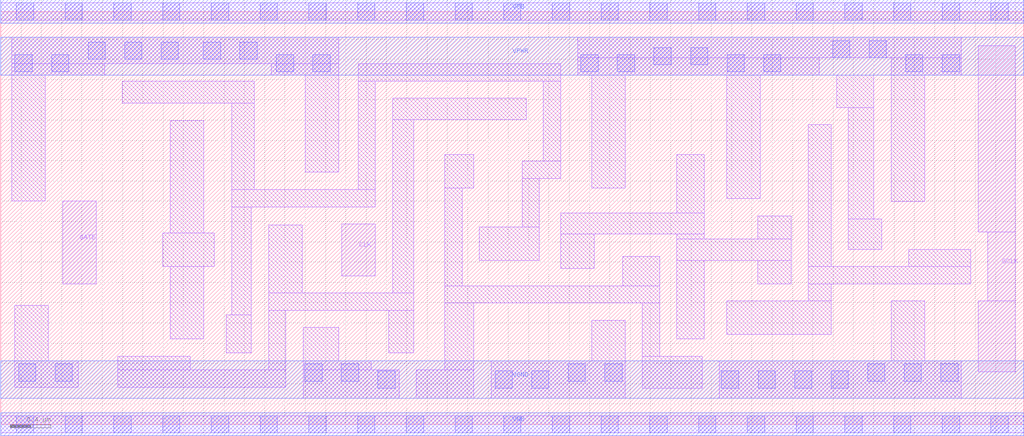
<source format=lef>
# Copyright 2020 The SkyWater PDK Authors
#
# Licensed under the Apache License, Version 2.0 (the "License");
# you may not use this file except in compliance with the License.
# You may obtain a copy of the License at
#
#     https://www.apache.org/licenses/LICENSE-2.0
#
# Unless required by applicable law or agreed to in writing, software
# distributed under the License is distributed on an "AS IS" BASIS,
# WITHOUT WARRANTIES OR CONDITIONS OF ANY KIND, either express or implied.
# See the License for the specific language governing permissions and
# limitations under the License.
#
# SPDX-License-Identifier: Apache-2.0

VERSION 5.5 ;
NAMESCASESENSITIVE ON ;
BUSBITCHARS "[]" ;
DIVIDERCHAR "/" ;
MACRO sky130_fd_sc_hvl__dlclkp_1
  CLASS CORE ;
  SOURCE USER ;
  ORIGIN  0.000000  0.000000 ;
  SIZE  10.08000 BY  4.070000 ;
  SYMMETRY X Y ;
  SITE unithv ;
  PIN GATE
    ANTENNAGATEAREA  0.585000 ;
    DIRECTION INPUT ;
    USE SIGNAL ;
    PORT
      LAYER li1 ;
        RECT 0.610000 1.385000 0.940000 2.200000 ;
    END
  END GATE
  PIN GCLK
    ANTENNADIFFAREA  0.596250 ;
    DIRECTION OUTPUT ;
    USE SIGNAL ;
    PORT
      LAYER li1 ;
        RECT 9.630000 0.515000 9.995000 1.215000 ;
        RECT 9.630000 1.895000 9.995000 3.735000 ;
        RECT 9.725000 1.215000 9.995000 1.895000 ;
    END
  END GCLK
  PIN CLK
    ANTENNAGATEAREA  1.170000 ;
    DIRECTION INPUT ;
    USE CLOCK ;
    PORT
      LAYER li1 ;
        RECT 3.360000 1.465000 3.690000 1.975000 ;
    END
  END CLK
  PIN VGND
    DIRECTION INOUT ;
    USE GROUND ;
    PORT
      LAYER met1 ;
        RECT 0.000000 0.255000 10.080000 0.625000 ;
    END
  END VGND
  PIN VNB
    DIRECTION INOUT ;
    USE GROUND ;
    PORT
      LAYER met1 ;
        RECT 0.000000 -0.115000 10.080000 0.115000 ;
    END
  END VNB
  PIN VPB
    DIRECTION INOUT ;
    USE POWER ;
    PORT
      LAYER met1 ;
        RECT 0.000000 3.955000 10.080000 4.185000 ;
    END
  END VPB
  PIN VPWR
    DIRECTION INOUT ;
    USE POWER ;
    PORT
      LAYER met1 ;
        RECT 0.000000 3.445000 10.080000 3.815000 ;
    END
  END VPWR
  OBS
    LAYER li1 ;
      RECT 0.000000 -0.085000 10.080000 0.085000 ;
      RECT 0.000000  3.985000 10.080000 4.155000 ;
      RECT 0.110000  2.200000  0.440000 3.445000 ;
      RECT 0.110000  3.445000  1.025000 3.555000 ;
      RECT 0.110000  3.555000  3.330000 3.815000 ;
      RECT 0.140000  0.365000  0.765000 0.625000 ;
      RECT 0.140000  0.625000  0.470000 1.170000 ;
      RECT 1.155000  0.365000  2.810000 0.535000 ;
      RECT 1.155000  0.535000  1.865000 0.670000 ;
      RECT 1.195000  3.165000  2.495000 3.385000 ;
      RECT 1.595000  1.555000  2.105000 1.885000 ;
      RECT 1.670000  0.840000  2.000000 1.555000 ;
      RECT 1.670000  1.885000  2.000000 2.995000 ;
      RECT 2.220000  0.705000  2.470000 1.080000 ;
      RECT 2.275000  1.080000  2.470000 2.145000 ;
      RECT 2.275000  2.145000  3.690000 2.315000 ;
      RECT 2.275000  2.315000  2.495000 3.165000 ;
      RECT 2.640000  0.535000  2.810000 1.125000 ;
      RECT 2.640000  1.125000  4.070000 1.295000 ;
      RECT 2.640000  1.295000  2.970000 1.965000 ;
      RECT 2.665000  3.445000  3.330000 3.555000 ;
      RECT 2.980000  0.255000  3.925000 0.535000 ;
      RECT 2.980000  0.535000  3.650000 0.625000 ;
      RECT 2.980000  0.625000  3.330000 0.955000 ;
      RECT 3.000000  2.485000  3.330000 3.445000 ;
      RECT 3.520000  2.315000  3.690000 3.385000 ;
      RECT 3.520000  3.385000  5.515000 3.555000 ;
      RECT 3.820000  0.705000  4.070000 1.125000 ;
      RECT 3.860000  1.295000  4.070000 3.005000 ;
      RECT 3.860000  3.005000  5.175000 3.215000 ;
      RECT 4.095000  0.255000  4.660000 0.535000 ;
      RECT 4.375000  0.535000  4.660000 1.195000 ;
      RECT 4.375000  1.195000  6.490000 1.365000 ;
      RECT 4.375000  1.365000  4.545000 2.330000 ;
      RECT 4.375000  2.330000  4.660000 2.660000 ;
      RECT 4.715000  1.615000  5.305000 1.945000 ;
      RECT 4.830000  0.255000  6.150000 0.625000 ;
      RECT 5.135000  1.945000  5.305000 2.425000 ;
      RECT 5.135000  2.425000  5.515000 2.595000 ;
      RECT 5.345000  2.595000  5.515000 3.385000 ;
      RECT 5.515000  1.535000  5.845000 1.875000 ;
      RECT 5.515000  1.875000  6.930000 2.085000 ;
      RECT 5.685000  3.445000  8.065000 3.615000 ;
      RECT 5.685000  3.615000  9.460000 3.815000 ;
      RECT 5.820000  0.625000  6.150000 1.025000 ;
      RECT 5.820000  2.330000  6.150000 3.445000 ;
      RECT 6.125000  1.365000  6.490000 1.655000 ;
      RECT 6.320000  0.355000  6.910000 0.670000 ;
      RECT 6.320000  0.670000  6.490000 1.195000 ;
      RECT 6.660000  0.840000  6.930000 1.615000 ;
      RECT 6.660000  1.615000  7.785000 1.825000 ;
      RECT 6.660000  1.825000  6.930000 1.875000 ;
      RECT 6.660000  2.085000  6.930000 2.660000 ;
      RECT 7.080000  0.255000  9.460000 0.625000 ;
      RECT 7.150000  0.885000  8.180000 1.215000 ;
      RECT 7.150000  2.225000  7.480000 3.445000 ;
      RECT 7.455000  1.385000  7.785000 1.615000 ;
      RECT 7.455000  1.825000  7.785000 2.055000 ;
      RECT 7.955000  1.215000  8.180000 1.385000 ;
      RECT 7.955000  1.385000  9.555000 1.555000 ;
      RECT 7.955000  1.555000  8.180000 2.955000 ;
      RECT 8.235000  3.125000  8.600000 3.445000 ;
      RECT 8.350000  1.725000  8.680000 2.025000 ;
      RECT 8.350000  2.025000  8.600000 3.125000 ;
      RECT 8.770000  0.625000  9.100000 1.215000 ;
      RECT 8.770000  2.195000  9.100000 3.445000 ;
      RECT 8.770000  3.445000  9.460000 3.615000 ;
      RECT 8.945000  1.555000  9.555000 1.725000 ;
    LAYER mcon ;
      RECT 0.140000  3.475000 0.310000 3.645000 ;
      RECT 0.155000 -0.085000 0.325000 0.085000 ;
      RECT 0.155000 -0.085000 0.325000 0.085000 ;
      RECT 0.155000  3.985000 0.325000 4.155000 ;
      RECT 0.155000  3.985000 0.325000 4.155000 ;
      RECT 0.175000  0.425000 0.345000 0.595000 ;
      RECT 0.500000  3.475000 0.670000 3.645000 ;
      RECT 0.535000  0.425000 0.705000 0.595000 ;
      RECT 0.635000 -0.085000 0.805000 0.085000 ;
      RECT 0.635000 -0.085000 0.805000 0.085000 ;
      RECT 0.635000  3.985000 0.805000 4.155000 ;
      RECT 0.635000  3.985000 0.805000 4.155000 ;
      RECT 0.860000  3.600000 1.030000 3.770000 ;
      RECT 1.115000 -0.085000 1.285000 0.085000 ;
      RECT 1.115000 -0.085000 1.285000 0.085000 ;
      RECT 1.115000  3.985000 1.285000 4.155000 ;
      RECT 1.115000  3.985000 1.285000 4.155000 ;
      RECT 1.220000  3.600000 1.390000 3.770000 ;
      RECT 1.580000  3.600000 1.750000 3.770000 ;
      RECT 1.595000 -0.085000 1.765000 0.085000 ;
      RECT 1.595000 -0.085000 1.765000 0.085000 ;
      RECT 1.595000  3.985000 1.765000 4.155000 ;
      RECT 1.595000  3.985000 1.765000 4.155000 ;
      RECT 1.995000  3.600000 2.165000 3.770000 ;
      RECT 2.075000 -0.085000 2.245000 0.085000 ;
      RECT 2.075000 -0.085000 2.245000 0.085000 ;
      RECT 2.075000  3.985000 2.245000 4.155000 ;
      RECT 2.075000  3.985000 2.245000 4.155000 ;
      RECT 2.355000  3.600000 2.525000 3.770000 ;
      RECT 2.555000 -0.085000 2.725000 0.085000 ;
      RECT 2.555000 -0.085000 2.725000 0.085000 ;
      RECT 2.555000  3.985000 2.725000 4.155000 ;
      RECT 2.555000  3.985000 2.725000 4.155000 ;
      RECT 2.715000  3.475000 2.885000 3.645000 ;
      RECT 2.995000  0.425000 3.165000 0.595000 ;
      RECT 3.035000 -0.085000 3.205000 0.085000 ;
      RECT 3.035000 -0.085000 3.205000 0.085000 ;
      RECT 3.035000  3.985000 3.205000 4.155000 ;
      RECT 3.035000  3.985000 3.205000 4.155000 ;
      RECT 3.075000  3.475000 3.245000 3.645000 ;
      RECT 3.355000  0.425000 3.525000 0.595000 ;
      RECT 3.515000 -0.085000 3.685000 0.085000 ;
      RECT 3.515000 -0.085000 3.685000 0.085000 ;
      RECT 3.515000  3.985000 3.685000 4.155000 ;
      RECT 3.515000  3.985000 3.685000 4.155000 ;
      RECT 3.715000  0.355000 3.885000 0.525000 ;
      RECT 3.995000 -0.085000 4.165000 0.085000 ;
      RECT 3.995000 -0.085000 4.165000 0.085000 ;
      RECT 3.995000  3.985000 4.165000 4.155000 ;
      RECT 3.995000  3.985000 4.165000 4.155000 ;
      RECT 4.475000 -0.085000 4.645000 0.085000 ;
      RECT 4.475000 -0.085000 4.645000 0.085000 ;
      RECT 4.475000  3.985000 4.645000 4.155000 ;
      RECT 4.475000  3.985000 4.645000 4.155000 ;
      RECT 4.870000  0.355000 5.040000 0.525000 ;
      RECT 4.955000 -0.085000 5.125000 0.085000 ;
      RECT 4.955000 -0.085000 5.125000 0.085000 ;
      RECT 4.955000  3.985000 5.125000 4.155000 ;
      RECT 4.955000  3.985000 5.125000 4.155000 ;
      RECT 5.230000  0.355000 5.400000 0.525000 ;
      RECT 5.435000 -0.085000 5.605000 0.085000 ;
      RECT 5.435000 -0.085000 5.605000 0.085000 ;
      RECT 5.435000  3.985000 5.605000 4.155000 ;
      RECT 5.435000  3.985000 5.605000 4.155000 ;
      RECT 5.590000  0.425000 5.760000 0.595000 ;
      RECT 5.715000  3.475000 5.885000 3.645000 ;
      RECT 5.915000 -0.085000 6.085000 0.085000 ;
      RECT 5.915000 -0.085000 6.085000 0.085000 ;
      RECT 5.915000  3.985000 6.085000 4.155000 ;
      RECT 5.915000  3.985000 6.085000 4.155000 ;
      RECT 5.950000  0.425000 6.120000 0.595000 ;
      RECT 6.075000  3.475000 6.245000 3.645000 ;
      RECT 6.395000 -0.085000 6.565000 0.085000 ;
      RECT 6.395000 -0.085000 6.565000 0.085000 ;
      RECT 6.395000  3.985000 6.565000 4.155000 ;
      RECT 6.395000  3.985000 6.565000 4.155000 ;
      RECT 6.435000  3.545000 6.605000 3.715000 ;
      RECT 6.795000  3.545000 6.965000 3.715000 ;
      RECT 6.875000 -0.085000 7.045000 0.085000 ;
      RECT 6.875000 -0.085000 7.045000 0.085000 ;
      RECT 6.875000  3.985000 7.045000 4.155000 ;
      RECT 6.875000  3.985000 7.045000 4.155000 ;
      RECT 7.100000  0.355000 7.270000 0.525000 ;
      RECT 7.155000  3.475000 7.325000 3.645000 ;
      RECT 7.355000 -0.085000 7.525000 0.085000 ;
      RECT 7.355000 -0.085000 7.525000 0.085000 ;
      RECT 7.355000  3.985000 7.525000 4.155000 ;
      RECT 7.355000  3.985000 7.525000 4.155000 ;
      RECT 7.460000  0.355000 7.630000 0.525000 ;
      RECT 7.515000  3.475000 7.685000 3.645000 ;
      RECT 7.820000  0.355000 7.990000 0.525000 ;
      RECT 7.835000 -0.085000 8.005000 0.085000 ;
      RECT 7.835000 -0.085000 8.005000 0.085000 ;
      RECT 7.835000  3.985000 8.005000 4.155000 ;
      RECT 7.835000  3.985000 8.005000 4.155000 ;
      RECT 8.180000  0.355000 8.350000 0.525000 ;
      RECT 8.195000  3.615000 8.365000 3.785000 ;
      RECT 8.315000 -0.085000 8.485000 0.085000 ;
      RECT 8.315000 -0.085000 8.485000 0.085000 ;
      RECT 8.315000  3.985000 8.485000 4.155000 ;
      RECT 8.315000  3.985000 8.485000 4.155000 ;
      RECT 8.540000  0.425000 8.710000 0.595000 ;
      RECT 8.555000  3.615000 8.725000 3.785000 ;
      RECT 8.795000 -0.085000 8.965000 0.085000 ;
      RECT 8.795000 -0.085000 8.965000 0.085000 ;
      RECT 8.795000  3.985000 8.965000 4.155000 ;
      RECT 8.795000  3.985000 8.965000 4.155000 ;
      RECT 8.900000  0.425000 9.070000 0.595000 ;
      RECT 8.915000  3.475000 9.085000 3.645000 ;
      RECT 9.260000  0.425000 9.430000 0.595000 ;
      RECT 9.275000 -0.085000 9.445000 0.085000 ;
      RECT 9.275000 -0.085000 9.445000 0.085000 ;
      RECT 9.275000  3.475000 9.445000 3.645000 ;
      RECT 9.275000  3.985000 9.445000 4.155000 ;
      RECT 9.275000  3.985000 9.445000 4.155000 ;
      RECT 9.755000 -0.085000 9.925000 0.085000 ;
      RECT 9.755000 -0.085000 9.925000 0.085000 ;
      RECT 9.755000  3.985000 9.925000 4.155000 ;
      RECT 9.755000  3.985000 9.925000 4.155000 ;
  END
END sky130_fd_sc_hvl__dlclkp_1
END LIBRARY

</source>
